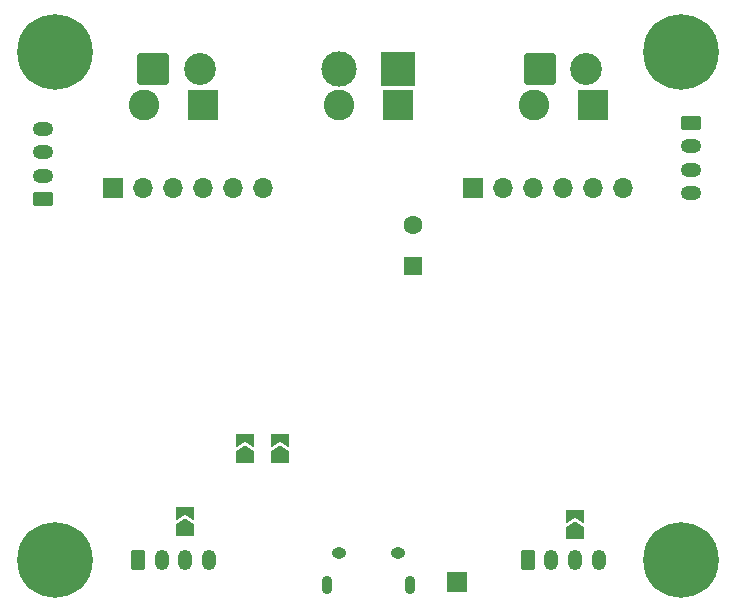
<source format=gbr>
%TF.GenerationSoftware,KiCad,Pcbnew,7.0.8*%
%TF.CreationDate,2024-07-02T10:47:19-04:00*%
%TF.ProjectId,motor-driver,6d6f746f-722d-4647-9269-7665722e6b69,rev?*%
%TF.SameCoordinates,Original*%
%TF.FileFunction,Soldermask,Bot*%
%TF.FilePolarity,Negative*%
%FSLAX46Y46*%
G04 Gerber Fmt 4.6, Leading zero omitted, Abs format (unit mm)*
G04 Created by KiCad (PCBNEW 7.0.8) date 2024-07-02 10:47:19*
%MOMM*%
%LPD*%
G01*
G04 APERTURE LIST*
G04 Aperture macros list*
%AMRoundRect*
0 Rectangle with rounded corners*
0 $1 Rounding radius*
0 $2 $3 $4 $5 $6 $7 $8 $9 X,Y pos of 4 corners*
0 Add a 4 corners polygon primitive as box body*
4,1,4,$2,$3,$4,$5,$6,$7,$8,$9,$2,$3,0*
0 Add four circle primitives for the rounded corners*
1,1,$1+$1,$2,$3*
1,1,$1+$1,$4,$5*
1,1,$1+$1,$6,$7*
1,1,$1+$1,$8,$9*
0 Add four rect primitives between the rounded corners*
20,1,$1+$1,$2,$3,$4,$5,0*
20,1,$1+$1,$4,$5,$6,$7,0*
20,1,$1+$1,$6,$7,$8,$9,0*
20,1,$1+$1,$8,$9,$2,$3,0*%
%AMFreePoly0*
4,1,6,1.000000,0.000000,0.500000,-0.750000,-0.500000,-0.750000,-0.500000,0.750000,0.500000,0.750000,1.000000,0.000000,1.000000,0.000000,$1*%
%AMFreePoly1*
4,1,6,0.500000,-0.750000,-0.650000,-0.750000,-0.150000,0.000000,-0.650000,0.750000,0.500000,0.750000,0.500000,-0.750000,0.500000,-0.750000,$1*%
G04 Aperture macros list end*
%ADD10RoundRect,0.250000X-0.625000X0.350000X-0.625000X-0.350000X0.625000X-0.350000X0.625000X0.350000X0*%
%ADD11O,1.750000X1.200000*%
%ADD12C,0.800000*%
%ADD13C,6.400000*%
%ADD14RoundRect,0.250000X-0.350000X-0.625000X0.350000X-0.625000X0.350000X0.625000X-0.350000X0.625000X0*%
%ADD15O,1.200000X1.750000*%
%ADD16R,3.000000X3.000000*%
%ADD17C,3.000000*%
%ADD18R,1.700000X1.700000*%
%ADD19O,1.700000X1.700000*%
%ADD20RoundRect,0.250001X-1.099999X-1.099999X1.099999X-1.099999X1.099999X1.099999X-1.099999X1.099999X0*%
%ADD21C,2.700000*%
%ADD22O,0.890000X1.550000*%
%ADD23O,1.250000X0.950000*%
%ADD24R,2.600000X2.600000*%
%ADD25C,2.600000*%
%ADD26R,1.600000X1.600000*%
%ADD27C,1.600000*%
%ADD28RoundRect,0.250000X0.625000X-0.350000X0.625000X0.350000X-0.625000X0.350000X-0.625000X-0.350000X0*%
%ADD29FreePoly0,90.000000*%
%ADD30FreePoly1,90.000000*%
G04 APERTURE END LIST*
D10*
%TO.C,J9*%
X177350000Y-94500000D03*
D11*
X177350000Y-96500000D03*
X177350000Y-98500000D03*
X177350000Y-100500000D03*
%TD*%
D12*
%TO.C,REF\u002A\u002A*%
X174100000Y-131500000D03*
X174802944Y-129802944D03*
X174802944Y-133197056D03*
X176500000Y-129100000D03*
D13*
X176500000Y-131500000D03*
X176500000Y-131500000D03*
D12*
X176500000Y-133900000D03*
X178197056Y-129802944D03*
X178197056Y-133197056D03*
X178900000Y-131500000D03*
%TD*%
D14*
%TO.C,J6*%
X163500000Y-131500000D03*
D15*
X165500000Y-131500000D03*
X167500000Y-131500000D03*
X169500000Y-131500000D03*
%TD*%
D16*
%TO.C,J12*%
X152500000Y-90000000D03*
D17*
X147500000Y-90000000D03*
%TD*%
D12*
%TO.C,REF\u002A\u002A*%
X174100000Y-88500000D03*
X174802944Y-86802944D03*
X174802944Y-90197056D03*
X176500000Y-86100000D03*
D13*
X176500000Y-88500000D03*
X176500000Y-88500000D03*
D12*
X176500000Y-90900000D03*
X178197056Y-86802944D03*
X178197056Y-90197056D03*
X178900000Y-88500000D03*
%TD*%
D18*
%TO.C,J4*%
X128410000Y-100000000D03*
D19*
X130950000Y-100000000D03*
X133490000Y-100000000D03*
X136030000Y-100000000D03*
X138570000Y-100000000D03*
X141110000Y-100000000D03*
%TD*%
D18*
%TO.C,J5*%
X158890000Y-100000000D03*
D19*
X161430000Y-100000000D03*
X163970000Y-100000000D03*
X166510000Y-100000000D03*
X169050000Y-100000000D03*
X171590000Y-100000000D03*
%TD*%
D20*
%TO.C,J11*%
X164500000Y-90000000D03*
D21*
X168460000Y-90000000D03*
%TD*%
D22*
%TO.C,J14*%
X146500000Y-133633000D03*
D23*
X147500000Y-130933000D03*
X152500000Y-130933000D03*
D22*
X153500000Y-133633000D03*
%TD*%
D12*
%TO.C,REF\u002A\u002A*%
X121100000Y-131500000D03*
X121802944Y-129802944D03*
X121802944Y-133197056D03*
X123500000Y-129100000D03*
D13*
X123500000Y-131500000D03*
X123500000Y-131500000D03*
D12*
X123500000Y-133900000D03*
X125197056Y-129802944D03*
X125197056Y-133197056D03*
X125900000Y-131500000D03*
%TD*%
D24*
%TO.C,J3*%
X152500000Y-93000000D03*
D25*
X147500000Y-93000000D03*
%TD*%
D18*
%TO.C,J13*%
X157475000Y-133400000D03*
%TD*%
D24*
%TO.C,J2*%
X169000000Y-93000000D03*
D25*
X164000000Y-93000000D03*
%TD*%
D20*
%TO.C,J10*%
X131750000Y-90000000D03*
D21*
X135710000Y-90000000D03*
%TD*%
D12*
%TO.C,REF\u002A\u002A*%
X121100000Y-88500000D03*
X121802944Y-86802944D03*
X121802944Y-90197056D03*
X123500000Y-86100000D03*
D13*
X123500000Y-88500000D03*
X123500000Y-88500000D03*
D12*
X123500000Y-90900000D03*
X125197056Y-86802944D03*
X125197056Y-90197056D03*
X125900000Y-88500000D03*
%TD*%
D24*
%TO.C,J1*%
X136000000Y-93000008D03*
D25*
X131000000Y-93000008D03*
%TD*%
D26*
%TO.C,C1*%
X153800000Y-106652651D03*
D27*
X153800000Y-103152651D03*
%TD*%
D14*
%TO.C,J7*%
X130500000Y-131500000D03*
D15*
X132500000Y-131500000D03*
X134500000Y-131500000D03*
X136500000Y-131500000D03*
%TD*%
D28*
%TO.C,J8*%
X122450000Y-101000000D03*
D11*
X122450000Y-99000000D03*
X122450000Y-97000000D03*
X122450000Y-95000000D03*
%TD*%
D29*
%TO.C,JP1*%
X134500000Y-129025000D03*
D30*
X134500000Y-127575000D03*
%TD*%
D29*
%TO.C,JP4*%
X142500000Y-122825000D03*
D30*
X142500000Y-121375000D03*
%TD*%
D29*
%TO.C,JP2*%
X167500000Y-129225000D03*
D30*
X167500000Y-127775000D03*
%TD*%
D29*
%TO.C,JP3*%
X139600000Y-122825000D03*
D30*
X139600000Y-121375000D03*
%TD*%
M02*

</source>
